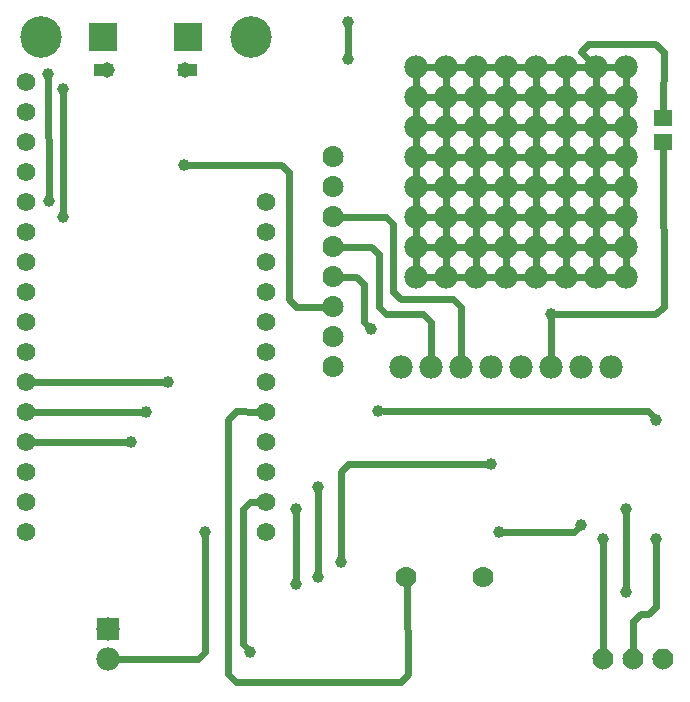
<source format=gtl>
G04 MADE WITH FRITZING*
G04 WWW.FRITZING.ORG*
G04 DOUBLE SIDED*
G04 HOLES PLATED*
G04 CONTOUR ON CENTER OF CONTOUR VECTOR*
%ASAXBY*%
%FSLAX23Y23*%
%MOIN*%
%OFA0B0*%
%SFA1.0B1.0*%
%ADD10C,0.039370*%
%ADD11C,0.078000*%
%ADD12C,0.138425*%
%ADD13C,0.095000*%
%ADD14C,0.051496*%
%ADD15C,0.062000*%
%ADD16C,0.070000*%
%ADD17R,0.059055X0.055118*%
%ADD18R,0.095000X0.095000*%
%ADD19R,0.078000X0.078000*%
%ADD20C,0.024000*%
%ADD21R,0.001000X0.001000*%
%LNCOPPER1*%
G90*
G70*
G54D10*
X1753Y585D03*
X2027Y609D03*
X527Y886D03*
X1077Y410D03*
X1077Y660D03*
X577Y985D03*
X1152Y435D03*
X1152Y735D03*
G54D11*
X1427Y1135D03*
X1527Y1135D03*
X1627Y1135D03*
X1727Y1135D03*
X1827Y1135D03*
X1927Y1135D03*
X2027Y1135D03*
X2127Y1135D03*
G54D10*
X652Y1085D03*
X1227Y485D03*
X1727Y810D03*
X776Y585D03*
X925Y186D03*
X2177Y385D03*
X1352Y987D03*
X2277Y959D03*
X2277Y561D03*
X253Y1687D03*
X252Y2110D03*
X302Y1635D03*
X302Y2061D03*
X1252Y2160D03*
X1252Y2285D03*
X1927Y1310D03*
X2101Y562D03*
G54D12*
X227Y2235D03*
G54D13*
X719Y2235D03*
G54D14*
X707Y2125D03*
G54D15*
X177Y585D03*
X177Y685D03*
X177Y785D03*
X177Y885D03*
X177Y985D03*
X177Y1085D03*
X177Y1185D03*
X177Y1285D03*
X177Y1385D03*
G54D12*
X927Y2235D03*
G54D15*
X177Y1485D03*
X177Y1585D03*
X177Y1685D03*
X177Y1785D03*
X177Y1885D03*
X177Y1985D03*
X177Y2085D03*
X977Y1685D03*
X977Y1585D03*
X977Y1485D03*
X977Y1385D03*
X977Y1285D03*
X977Y1185D03*
X977Y1085D03*
X977Y985D03*
X977Y885D03*
X977Y785D03*
X977Y685D03*
X977Y585D03*
G54D14*
X447Y2125D03*
G54D13*
X435Y2235D03*
G54D16*
X1446Y435D03*
X1702Y435D03*
X1446Y435D03*
X1702Y435D03*
G54D11*
X452Y260D03*
X452Y160D03*
G54D16*
X2102Y160D03*
X2202Y160D03*
X2302Y160D03*
G54D11*
X2077Y2135D03*
X2077Y2035D03*
X2077Y1935D03*
X2077Y1835D03*
X2077Y1735D03*
X2077Y1635D03*
X2077Y1535D03*
X2077Y1435D03*
X2077Y2135D03*
X2077Y2035D03*
X2077Y1935D03*
X2077Y1835D03*
X2077Y1735D03*
X2077Y1635D03*
X2077Y1535D03*
X2077Y1435D03*
X2177Y1435D03*
X2177Y1535D03*
X2177Y1635D03*
X2177Y1735D03*
X2177Y1835D03*
X2177Y1935D03*
X2177Y2035D03*
X2177Y2135D03*
X1877Y2135D03*
X1877Y2035D03*
X1877Y1935D03*
X1877Y1835D03*
X1877Y1735D03*
X1877Y1635D03*
X1877Y1535D03*
X1877Y1435D03*
X1877Y2135D03*
X1877Y2035D03*
X1877Y1935D03*
X1877Y1835D03*
X1877Y1735D03*
X1877Y1635D03*
X1877Y1535D03*
X1877Y1435D03*
X1977Y1435D03*
X1977Y1535D03*
X1977Y1635D03*
X1977Y1735D03*
X1977Y1835D03*
X1977Y1935D03*
X1977Y2035D03*
X1977Y2135D03*
X1677Y2135D03*
X1677Y2035D03*
X1677Y1935D03*
X1677Y1835D03*
X1677Y1735D03*
X1677Y1635D03*
X1677Y1535D03*
X1677Y1435D03*
X1677Y2135D03*
X1677Y2035D03*
X1677Y1935D03*
X1677Y1835D03*
X1677Y1735D03*
X1677Y1635D03*
X1677Y1535D03*
X1677Y1435D03*
X1777Y1435D03*
X1777Y1535D03*
X1777Y1635D03*
X1777Y1735D03*
X1777Y1835D03*
X1777Y1935D03*
X1777Y2035D03*
X1777Y2135D03*
X1477Y2135D03*
X1477Y2035D03*
X1477Y1935D03*
X1477Y1835D03*
X1477Y1735D03*
X1477Y1635D03*
X1477Y1535D03*
X1477Y1435D03*
X1477Y2135D03*
X1477Y2035D03*
X1477Y1935D03*
X1477Y1835D03*
X1477Y1735D03*
X1477Y1635D03*
X1477Y1535D03*
X1477Y1435D03*
X1577Y1435D03*
X1577Y1535D03*
X1577Y1635D03*
X1577Y1735D03*
X1577Y1835D03*
X1577Y1935D03*
X1577Y2035D03*
X1577Y2135D03*
G54D16*
X1202Y1835D03*
X1202Y1735D03*
X1202Y1635D03*
X1202Y1535D03*
X1202Y1435D03*
X1202Y1335D03*
X1202Y1235D03*
X1202Y1135D03*
G54D10*
X2177Y662D03*
X1327Y1261D03*
X703Y1809D03*
G54D17*
X2302Y1885D03*
X2302Y1966D03*
G54D18*
X719Y2235D03*
X435Y2235D03*
G54D19*
X452Y260D03*
G54D20*
X558Y985D02*
X206Y985D01*
D02*
X1077Y641D02*
X1077Y429D01*
D02*
X508Y886D02*
X206Y885D01*
D02*
X2014Y596D02*
X2003Y585D01*
D02*
X2003Y585D02*
X1772Y585D01*
D02*
X2201Y287D02*
X2202Y187D01*
D02*
X2228Y311D02*
X2201Y287D01*
D02*
X2252Y311D02*
X2228Y311D01*
D02*
X2277Y335D02*
X2252Y311D01*
D02*
X2277Y542D02*
X2277Y335D01*
D02*
X2252Y987D02*
X2264Y974D01*
D02*
X1371Y987D02*
X2252Y987D01*
D02*
X901Y211D02*
X912Y200D01*
D02*
X901Y661D02*
X901Y211D01*
D02*
X948Y685D02*
X925Y685D01*
D02*
X925Y685D02*
X901Y661D01*
D02*
X776Y566D02*
X776Y186D01*
D02*
X776Y186D02*
X752Y162D01*
D02*
X752Y162D02*
X482Y161D01*
D02*
X1251Y810D02*
X1708Y810D01*
D02*
X1227Y786D02*
X1251Y810D01*
D02*
X1227Y504D02*
X1227Y786D01*
D02*
X206Y1085D02*
X633Y1085D01*
D02*
X1152Y716D02*
X1152Y454D01*
D02*
X1252Y2266D02*
X1252Y2179D01*
D02*
X302Y2042D02*
X302Y1654D01*
D02*
X252Y2091D02*
X253Y1706D01*
D02*
X1452Y110D02*
X1447Y407D01*
D02*
X1428Y86D02*
X1452Y110D01*
D02*
X877Y86D02*
X1428Y86D01*
D02*
X852Y110D02*
X877Y86D01*
D02*
X852Y959D02*
X852Y110D01*
D02*
X948Y986D02*
X877Y987D01*
D02*
X877Y987D02*
X852Y959D01*
D02*
X2052Y2210D02*
X2276Y2211D01*
D02*
X2028Y2185D02*
X2052Y2210D01*
D02*
X2276Y2211D02*
X2303Y2184D01*
D02*
X2302Y1863D02*
X2303Y1335D01*
D02*
X2303Y2184D02*
X2302Y1988D01*
D02*
X2303Y1335D02*
X2276Y1311D01*
D02*
X2276Y1311D02*
X1946Y1310D01*
D02*
X2056Y2157D02*
X2028Y2185D01*
D02*
X2102Y187D02*
X2101Y543D01*
D02*
X1927Y1291D02*
X1927Y1166D01*
D02*
X1807Y2135D02*
X1847Y2135D01*
D02*
X1707Y2135D02*
X1747Y2135D01*
D02*
X1607Y2135D02*
X1647Y2135D01*
D02*
X1547Y2135D02*
X1507Y2135D01*
D02*
X2177Y1505D02*
X2177Y1466D01*
D02*
X2177Y1605D02*
X2177Y1566D01*
D02*
X2177Y1705D02*
X2177Y1666D01*
D02*
X2177Y1805D02*
X2177Y1766D01*
D02*
X2177Y1905D02*
X2177Y1866D01*
D02*
X2177Y2005D02*
X2177Y1966D01*
D02*
X2177Y2105D02*
X2177Y2066D01*
D02*
X2107Y2135D02*
X2147Y2135D01*
D02*
X2007Y2135D02*
X2047Y2135D01*
D02*
X1907Y2135D02*
X1947Y2135D01*
D02*
X1477Y1666D02*
X1477Y1705D01*
D02*
X1477Y1566D02*
X1477Y1605D01*
D02*
X1477Y1466D02*
X1477Y1505D01*
D02*
X1547Y1435D02*
X1507Y1435D01*
D02*
X1647Y1435D02*
X1607Y1435D01*
D02*
X1747Y1435D02*
X1707Y1435D01*
D02*
X1847Y1435D02*
X1807Y1435D01*
D02*
X1947Y1435D02*
X1907Y1435D01*
D02*
X2047Y1435D02*
X2007Y1435D01*
D02*
X2147Y1435D02*
X2107Y1435D01*
D02*
X2147Y1535D02*
X2107Y1535D01*
D02*
X2077Y1466D02*
X2077Y1505D01*
D02*
X2147Y2035D02*
X2107Y2035D01*
D02*
X2077Y2066D02*
X2077Y2105D01*
D02*
X1577Y2105D02*
X1577Y2066D01*
D02*
X1507Y2035D02*
X1547Y2035D01*
D02*
X1477Y2066D02*
X1477Y2105D01*
D02*
X1477Y1966D02*
X1477Y2005D01*
D02*
X1477Y1866D02*
X1477Y1905D01*
D02*
X1477Y1766D02*
X1477Y1805D01*
D02*
X2077Y1666D02*
X2077Y1705D01*
D02*
X2077Y1566D02*
X2077Y1605D01*
D02*
X2007Y1535D02*
X2047Y1535D01*
D02*
X1907Y1535D02*
X1947Y1535D01*
D02*
X1807Y1535D02*
X1847Y1535D01*
D02*
X1707Y1535D02*
X1747Y1535D01*
D02*
X1607Y1535D02*
X1647Y1535D01*
D02*
X1577Y1566D02*
X1577Y1605D01*
D02*
X1547Y1535D02*
X1507Y1535D01*
D02*
X1577Y1466D02*
X1577Y1505D01*
D02*
X1847Y2035D02*
X1807Y2035D01*
D02*
X1747Y2035D02*
X1707Y2035D01*
D02*
X1647Y2035D02*
X1607Y2035D01*
D02*
X1577Y1666D02*
X1577Y1705D01*
D02*
X1577Y1766D02*
X1577Y1805D01*
D02*
X1577Y1866D02*
X1577Y1905D01*
D02*
X1577Y1966D02*
X1577Y2005D01*
D02*
X2077Y1966D02*
X2077Y2005D01*
D02*
X2077Y1866D02*
X2077Y1905D01*
D02*
X2077Y1766D02*
X2077Y1805D01*
D02*
X1507Y1635D02*
X1547Y1635D01*
D02*
X1677Y1466D02*
X1677Y1505D01*
D02*
X1977Y1466D02*
X1977Y1505D01*
D02*
X1877Y1466D02*
X1877Y1505D01*
D02*
X1777Y1466D02*
X1777Y1505D01*
D02*
X1977Y2066D02*
X1977Y2105D01*
D02*
X1677Y2066D02*
X1677Y2105D01*
D02*
X1777Y2066D02*
X1777Y2105D01*
D02*
X1877Y2066D02*
X1877Y2105D01*
D02*
X1947Y2035D02*
X1907Y2035D01*
D02*
X1677Y1966D02*
X1677Y2005D01*
D02*
X1647Y1935D02*
X1607Y1935D01*
D02*
X2147Y1635D02*
X2107Y1635D01*
D02*
X2147Y1735D02*
X2107Y1735D01*
D02*
X2147Y1835D02*
X2107Y1835D01*
D02*
X2147Y1935D02*
X2107Y1935D01*
D02*
X1507Y1935D02*
X1547Y1935D01*
D02*
X1507Y1835D02*
X1547Y1835D01*
D02*
X1507Y1735D02*
X1547Y1735D01*
D02*
X1647Y1735D02*
X1607Y1735D01*
D02*
X1677Y1666D02*
X1677Y1705D01*
D02*
X1607Y1835D02*
X1647Y1835D01*
D02*
X1677Y1866D02*
X1677Y1905D01*
D02*
X1647Y1635D02*
X1607Y1635D01*
D02*
X1677Y1605D02*
X1677Y1566D01*
D02*
X2047Y1635D02*
X2007Y1635D01*
D02*
X1977Y1566D02*
X1977Y1605D01*
D02*
X2047Y1935D02*
X2007Y1935D01*
D02*
X1977Y1966D02*
X1977Y2005D01*
D02*
X1877Y1566D02*
X1877Y1605D01*
D02*
X1777Y1605D02*
X1777Y1566D01*
D02*
X1747Y1635D02*
X1707Y1635D01*
D02*
X1977Y1905D02*
X1977Y1866D01*
D02*
X1977Y1766D02*
X1977Y1805D01*
D02*
X2047Y1835D02*
X2007Y1835D01*
D02*
X2007Y1735D02*
X2047Y1735D01*
D02*
X1977Y1666D02*
X1977Y1705D01*
D02*
X1677Y1766D02*
X1677Y1805D01*
D02*
X1777Y1666D02*
X1777Y1705D01*
D02*
X1877Y1905D02*
X1877Y1866D01*
D02*
X1777Y1905D02*
X1777Y1866D01*
D02*
X1947Y1935D02*
X1907Y1935D01*
D02*
X1877Y1966D02*
X1877Y2005D01*
D02*
X1777Y1966D02*
X1777Y2005D01*
D02*
X1707Y1935D02*
X1747Y1935D01*
D02*
X1947Y1635D02*
X1907Y1635D01*
D02*
X1847Y1735D02*
X1807Y1735D01*
D02*
X1847Y1635D02*
X1807Y1635D01*
D02*
X1877Y1766D02*
X1877Y1805D01*
D02*
X1777Y1766D02*
X1777Y1805D01*
D02*
X1907Y1735D02*
X1947Y1735D01*
D02*
X1877Y1666D02*
X1877Y1705D01*
D02*
X1947Y1835D02*
X1907Y1835D01*
D02*
X1747Y1835D02*
X1707Y1835D01*
D02*
X1747Y1735D02*
X1707Y1735D01*
D02*
X1847Y1935D02*
X1807Y1935D01*
D02*
X1847Y1835D02*
X1807Y1835D01*
D02*
X2177Y404D02*
X2177Y643D01*
D02*
X2047Y2035D02*
X2007Y2035D01*
D02*
X1627Y1335D02*
X1627Y1166D01*
D02*
X1601Y1362D02*
X1627Y1335D01*
D02*
X1427Y1362D02*
X1601Y1362D01*
D02*
X1400Y1385D02*
X1427Y1362D01*
D02*
X1400Y1612D02*
X1400Y1385D01*
D02*
X1377Y1635D02*
X1400Y1612D01*
D02*
X1228Y1635D02*
X1377Y1635D01*
D02*
X1527Y1285D02*
X1527Y1166D01*
D02*
X1377Y1312D02*
X1500Y1312D01*
D02*
X1500Y1312D02*
X1527Y1285D01*
D02*
X1354Y1335D02*
X1377Y1312D01*
D02*
X1354Y1512D02*
X1354Y1335D01*
D02*
X1327Y1535D02*
X1354Y1512D01*
D02*
X1228Y1535D02*
X1327Y1535D01*
D02*
X1228Y1435D02*
X1277Y1435D01*
D02*
X1304Y1285D02*
X1313Y1275D01*
D02*
X1304Y1412D02*
X1304Y1285D01*
D02*
X1277Y1435D02*
X1304Y1412D01*
D02*
X1053Y1785D02*
X1027Y1809D01*
D02*
X1027Y1809D02*
X722Y1809D01*
D02*
X1053Y1362D02*
X1053Y1785D01*
D02*
X1077Y1335D02*
X1053Y1362D01*
D02*
X1176Y1335D02*
X1077Y1335D01*
G54D21*
X405Y2146D02*
X441Y2146D01*
X452Y2146D02*
X467Y2146D01*
X686Y2146D02*
X701Y2146D01*
X712Y2146D02*
X747Y2146D01*
X405Y2145D02*
X438Y2145D01*
X455Y2145D02*
X467Y2145D01*
X686Y2145D02*
X698Y2145D01*
X715Y2145D02*
X747Y2145D01*
X405Y2144D02*
X436Y2144D01*
X457Y2144D02*
X467Y2144D01*
X686Y2144D02*
X696Y2144D01*
X717Y2144D02*
X747Y2144D01*
X405Y2143D02*
X434Y2143D01*
X459Y2143D02*
X467Y2143D01*
X686Y2143D02*
X694Y2143D01*
X718Y2143D02*
X747Y2143D01*
X405Y2142D02*
X433Y2142D01*
X460Y2142D02*
X467Y2142D01*
X686Y2142D02*
X693Y2142D01*
X720Y2142D02*
X747Y2142D01*
X405Y2141D02*
X432Y2141D01*
X461Y2141D02*
X467Y2141D01*
X686Y2141D02*
X692Y2141D01*
X721Y2141D02*
X747Y2141D01*
X405Y2140D02*
X431Y2140D01*
X462Y2140D02*
X467Y2140D01*
X686Y2140D02*
X691Y2140D01*
X722Y2140D02*
X747Y2140D01*
X405Y2139D02*
X430Y2139D01*
X463Y2139D02*
X467Y2139D01*
X686Y2139D02*
X690Y2139D01*
X723Y2139D02*
X747Y2139D01*
X405Y2138D02*
X429Y2138D01*
X464Y2138D02*
X467Y2138D01*
X686Y2138D02*
X689Y2138D01*
X724Y2138D02*
X747Y2138D01*
X405Y2137D02*
X428Y2137D01*
X464Y2137D02*
X467Y2137D01*
X686Y2137D02*
X688Y2137D01*
X724Y2137D02*
X747Y2137D01*
X405Y2136D02*
X428Y2136D01*
X465Y2136D02*
X467Y2136D01*
X686Y2136D02*
X688Y2136D01*
X725Y2136D02*
X747Y2136D01*
X405Y2135D02*
X427Y2135D01*
X466Y2135D02*
X467Y2135D01*
X686Y2135D02*
X687Y2135D01*
X725Y2135D02*
X747Y2135D01*
X405Y2134D02*
X427Y2134D01*
X466Y2134D02*
X467Y2134D01*
X686Y2134D02*
X687Y2134D01*
X726Y2134D02*
X747Y2134D01*
X405Y2133D02*
X427Y2133D01*
X466Y2133D02*
X467Y2133D01*
X686Y2133D02*
X686Y2133D01*
X726Y2133D02*
X747Y2133D01*
X405Y2132D02*
X426Y2132D01*
X467Y2132D02*
X467Y2132D01*
X686Y2132D02*
X686Y2132D01*
X726Y2132D02*
X747Y2132D01*
X405Y2131D02*
X426Y2131D01*
X467Y2131D02*
X467Y2131D01*
X686Y2131D02*
X686Y2131D01*
X727Y2131D02*
X747Y2131D01*
X405Y2130D02*
X426Y2130D01*
X727Y2130D02*
X747Y2130D01*
X405Y2129D02*
X425Y2129D01*
X727Y2129D02*
X747Y2129D01*
X405Y2128D02*
X425Y2128D01*
X727Y2128D02*
X747Y2128D01*
X405Y2127D02*
X425Y2127D01*
X727Y2127D02*
X747Y2127D01*
X405Y2126D02*
X425Y2126D01*
X727Y2126D02*
X747Y2126D01*
X405Y2125D02*
X425Y2125D01*
X727Y2125D02*
X747Y2125D01*
X405Y2124D02*
X425Y2124D01*
X727Y2124D02*
X747Y2124D01*
X405Y2123D02*
X425Y2123D01*
X727Y2123D02*
X747Y2123D01*
X405Y2122D02*
X426Y2122D01*
X727Y2122D02*
X747Y2122D01*
X405Y2121D02*
X426Y2121D01*
X467Y2121D02*
X467Y2121D01*
X686Y2121D02*
X686Y2121D01*
X727Y2121D02*
X747Y2121D01*
X405Y2120D02*
X426Y2120D01*
X467Y2120D02*
X467Y2120D01*
X686Y2120D02*
X686Y2120D01*
X726Y2120D02*
X747Y2120D01*
X405Y2119D02*
X426Y2119D01*
X466Y2119D02*
X467Y2119D01*
X686Y2119D02*
X686Y2119D01*
X726Y2119D02*
X747Y2119D01*
X405Y2118D02*
X427Y2118D01*
X466Y2118D02*
X467Y2118D01*
X686Y2118D02*
X687Y2118D01*
X726Y2118D02*
X747Y2118D01*
X405Y2117D02*
X427Y2117D01*
X466Y2117D02*
X467Y2117D01*
X686Y2117D02*
X687Y2117D01*
X725Y2117D02*
X747Y2117D01*
X405Y2116D02*
X428Y2116D01*
X465Y2116D02*
X467Y2116D01*
X686Y2116D02*
X688Y2116D01*
X725Y2116D02*
X747Y2116D01*
X405Y2115D02*
X428Y2115D01*
X464Y2115D02*
X467Y2115D01*
X686Y2115D02*
X688Y2115D01*
X724Y2115D02*
X747Y2115D01*
X405Y2114D02*
X429Y2114D01*
X464Y2114D02*
X467Y2114D01*
X686Y2114D02*
X689Y2114D01*
X724Y2114D02*
X747Y2114D01*
X405Y2113D02*
X430Y2113D01*
X463Y2113D02*
X467Y2113D01*
X686Y2113D02*
X690Y2113D01*
X723Y2113D02*
X747Y2113D01*
X405Y2112D02*
X431Y2112D01*
X462Y2112D02*
X467Y2112D01*
X686Y2112D02*
X690Y2112D01*
X722Y2112D02*
X747Y2112D01*
X405Y2111D02*
X432Y2111D01*
X461Y2111D02*
X467Y2111D01*
X686Y2111D02*
X691Y2111D01*
X721Y2111D02*
X747Y2111D01*
X405Y2110D02*
X433Y2110D01*
X460Y2110D02*
X467Y2110D01*
X686Y2110D02*
X693Y2110D01*
X720Y2110D02*
X747Y2110D01*
X405Y2109D02*
X434Y2109D01*
X459Y2109D02*
X467Y2109D01*
X686Y2109D02*
X694Y2109D01*
X719Y2109D02*
X747Y2109D01*
X405Y2108D02*
X436Y2108D01*
X457Y2108D02*
X467Y2108D01*
X686Y2108D02*
X695Y2108D01*
X717Y2108D02*
X747Y2108D01*
X405Y2107D02*
X438Y2107D01*
X455Y2107D02*
X467Y2107D01*
X686Y2107D02*
X697Y2107D01*
X715Y2107D02*
X747Y2107D01*
X405Y2106D02*
X441Y2106D01*
X452Y2106D02*
X467Y2106D01*
X686Y2106D02*
X700Y2106D01*
X712Y2106D02*
X747Y2106D01*
X1197Y1871D02*
X1206Y1871D01*
X1192Y1870D02*
X1210Y1870D01*
X1189Y1869D02*
X1213Y1869D01*
X1187Y1868D02*
X1215Y1868D01*
X1185Y1867D02*
X1217Y1867D01*
X1183Y1866D02*
X1219Y1866D01*
X1182Y1865D02*
X1221Y1865D01*
X1180Y1864D02*
X1222Y1864D01*
X1179Y1863D02*
X1223Y1863D01*
X1178Y1862D02*
X1224Y1862D01*
X1177Y1861D02*
X1226Y1861D01*
X1176Y1860D02*
X1226Y1860D01*
X1175Y1859D02*
X1227Y1859D01*
X1174Y1858D02*
X1228Y1858D01*
X1173Y1857D02*
X1229Y1857D01*
X1173Y1856D02*
X1230Y1856D01*
X1172Y1855D02*
X1230Y1855D01*
X1172Y1854D02*
X1231Y1854D01*
X1171Y1853D02*
X1231Y1853D01*
X1171Y1852D02*
X1232Y1852D01*
X1170Y1851D02*
X1197Y1851D01*
X1206Y1851D02*
X1232Y1851D01*
X1170Y1850D02*
X1194Y1850D01*
X1208Y1850D02*
X1233Y1850D01*
X1169Y1849D02*
X1192Y1849D01*
X1210Y1849D02*
X1233Y1849D01*
X1169Y1848D02*
X1191Y1848D01*
X1211Y1848D02*
X1233Y1848D01*
X1168Y1847D02*
X1190Y1847D01*
X1212Y1847D02*
X1234Y1847D01*
X1168Y1846D02*
X1189Y1846D01*
X1213Y1846D02*
X1234Y1846D01*
X1168Y1845D02*
X1188Y1845D01*
X1214Y1845D02*
X1234Y1845D01*
X1168Y1844D02*
X1188Y1844D01*
X1215Y1844D02*
X1235Y1844D01*
X1167Y1843D02*
X1187Y1843D01*
X1215Y1843D02*
X1235Y1843D01*
X1167Y1842D02*
X1187Y1842D01*
X1216Y1842D02*
X1235Y1842D01*
X1167Y1841D02*
X1186Y1841D01*
X1216Y1841D02*
X1235Y1841D01*
X1167Y1840D02*
X1186Y1840D01*
X1216Y1840D02*
X1235Y1840D01*
X1167Y1839D02*
X1186Y1839D01*
X1216Y1839D02*
X1235Y1839D01*
X1167Y1838D02*
X1186Y1838D01*
X1217Y1838D02*
X1236Y1838D01*
X1167Y1837D02*
X1186Y1837D01*
X1217Y1837D02*
X1236Y1837D01*
X1167Y1836D02*
X1186Y1836D01*
X1217Y1836D02*
X1236Y1836D01*
X1167Y1835D02*
X1186Y1835D01*
X1217Y1835D02*
X1236Y1835D01*
X1167Y1834D02*
X1186Y1834D01*
X1216Y1834D02*
X1235Y1834D01*
X1167Y1833D02*
X1186Y1833D01*
X1216Y1833D02*
X1235Y1833D01*
X1167Y1832D02*
X1186Y1832D01*
X1216Y1832D02*
X1235Y1832D01*
X1167Y1831D02*
X1187Y1831D01*
X1216Y1831D02*
X1235Y1831D01*
X1167Y1830D02*
X1187Y1830D01*
X1215Y1830D02*
X1235Y1830D01*
X1168Y1829D02*
X1188Y1829D01*
X1215Y1829D02*
X1235Y1829D01*
X1168Y1828D02*
X1188Y1828D01*
X1214Y1828D02*
X1234Y1828D01*
X1168Y1827D02*
X1189Y1827D01*
X1213Y1827D02*
X1234Y1827D01*
X1168Y1826D02*
X1190Y1826D01*
X1212Y1826D02*
X1234Y1826D01*
X1169Y1825D02*
X1191Y1825D01*
X1211Y1825D02*
X1233Y1825D01*
X1169Y1824D02*
X1192Y1824D01*
X1210Y1824D02*
X1233Y1824D01*
X1170Y1823D02*
X1194Y1823D01*
X1209Y1823D02*
X1233Y1823D01*
X1170Y1822D02*
X1196Y1822D01*
X1206Y1822D02*
X1232Y1822D01*
X1170Y1821D02*
X1232Y1821D01*
X1171Y1820D02*
X1231Y1820D01*
X1172Y1819D02*
X1231Y1819D01*
X1172Y1818D02*
X1230Y1818D01*
X1173Y1817D02*
X1230Y1817D01*
X1173Y1816D02*
X1229Y1816D01*
X1174Y1815D02*
X1228Y1815D01*
X1175Y1814D02*
X1227Y1814D01*
X1176Y1813D02*
X1227Y1813D01*
X1177Y1812D02*
X1226Y1812D01*
X1178Y1811D02*
X1225Y1811D01*
X1179Y1810D02*
X1223Y1810D01*
X1180Y1809D02*
X1222Y1809D01*
X1181Y1808D02*
X1221Y1808D01*
X1183Y1807D02*
X1219Y1807D01*
X1185Y1806D02*
X1218Y1806D01*
X1187Y1805D02*
X1216Y1805D01*
X1189Y1804D02*
X1213Y1804D01*
X1192Y1803D02*
X1210Y1803D01*
X1196Y1802D02*
X1206Y1802D01*
X1197Y1771D02*
X1206Y1771D01*
X1192Y1770D02*
X1210Y1770D01*
X1189Y1769D02*
X1213Y1769D01*
X1187Y1768D02*
X1215Y1768D01*
X1185Y1767D02*
X1217Y1767D01*
X1183Y1766D02*
X1219Y1766D01*
X1182Y1765D02*
X1221Y1765D01*
X1180Y1764D02*
X1222Y1764D01*
X1179Y1763D02*
X1223Y1763D01*
X1178Y1762D02*
X1225Y1762D01*
X1177Y1761D02*
X1226Y1761D01*
X1176Y1760D02*
X1226Y1760D01*
X1175Y1759D02*
X1227Y1759D01*
X1174Y1758D02*
X1228Y1758D01*
X1173Y1757D02*
X1229Y1757D01*
X1173Y1756D02*
X1230Y1756D01*
X1172Y1755D02*
X1230Y1755D01*
X1172Y1754D02*
X1231Y1754D01*
X1171Y1753D02*
X1231Y1753D01*
X1171Y1752D02*
X1232Y1752D01*
X1170Y1751D02*
X1197Y1751D01*
X1206Y1751D02*
X1232Y1751D01*
X1170Y1750D02*
X1194Y1750D01*
X1208Y1750D02*
X1233Y1750D01*
X1169Y1749D02*
X1192Y1749D01*
X1210Y1749D02*
X1233Y1749D01*
X1169Y1748D02*
X1191Y1748D01*
X1211Y1748D02*
X1233Y1748D01*
X1168Y1747D02*
X1190Y1747D01*
X1212Y1747D02*
X1234Y1747D01*
X1168Y1746D02*
X1189Y1746D01*
X1213Y1746D02*
X1234Y1746D01*
X1168Y1745D02*
X1188Y1745D01*
X1214Y1745D02*
X1234Y1745D01*
X1168Y1744D02*
X1188Y1744D01*
X1215Y1744D02*
X1235Y1744D01*
X1167Y1743D02*
X1187Y1743D01*
X1215Y1743D02*
X1235Y1743D01*
X1167Y1742D02*
X1187Y1742D01*
X1216Y1742D02*
X1235Y1742D01*
X1167Y1741D02*
X1186Y1741D01*
X1216Y1741D02*
X1235Y1741D01*
X1167Y1740D02*
X1186Y1740D01*
X1216Y1740D02*
X1235Y1740D01*
X1167Y1739D02*
X1186Y1739D01*
X1216Y1739D02*
X1235Y1739D01*
X1167Y1738D02*
X1186Y1738D01*
X1217Y1738D02*
X1236Y1738D01*
X1167Y1737D02*
X1186Y1737D01*
X1217Y1737D02*
X1236Y1737D01*
X1167Y1736D02*
X1186Y1736D01*
X1217Y1736D02*
X1236Y1736D01*
X1167Y1735D02*
X1186Y1735D01*
X1217Y1735D02*
X1236Y1735D01*
X1167Y1734D02*
X1186Y1734D01*
X1216Y1734D02*
X1235Y1734D01*
X1167Y1733D02*
X1186Y1733D01*
X1216Y1733D02*
X1235Y1733D01*
X1167Y1732D02*
X1186Y1732D01*
X1216Y1732D02*
X1235Y1732D01*
X1167Y1731D02*
X1187Y1731D01*
X1216Y1731D02*
X1235Y1731D01*
X1167Y1730D02*
X1187Y1730D01*
X1215Y1730D02*
X1235Y1730D01*
X1168Y1729D02*
X1188Y1729D01*
X1215Y1729D02*
X1235Y1729D01*
X1168Y1728D02*
X1188Y1728D01*
X1214Y1728D02*
X1234Y1728D01*
X1168Y1727D02*
X1189Y1727D01*
X1213Y1727D02*
X1234Y1727D01*
X1168Y1726D02*
X1190Y1726D01*
X1212Y1726D02*
X1234Y1726D01*
X1169Y1725D02*
X1191Y1725D01*
X1211Y1725D02*
X1233Y1725D01*
X1169Y1724D02*
X1192Y1724D01*
X1210Y1724D02*
X1233Y1724D01*
X1170Y1723D02*
X1194Y1723D01*
X1208Y1723D02*
X1233Y1723D01*
X1170Y1722D02*
X1196Y1722D01*
X1206Y1722D02*
X1232Y1722D01*
X1170Y1721D02*
X1232Y1721D01*
X1171Y1720D02*
X1231Y1720D01*
X1172Y1719D02*
X1231Y1719D01*
X1172Y1718D02*
X1230Y1718D01*
X1173Y1717D02*
X1230Y1717D01*
X1173Y1716D02*
X1229Y1716D01*
X1174Y1715D02*
X1228Y1715D01*
X1175Y1714D02*
X1227Y1714D01*
X1176Y1713D02*
X1227Y1713D01*
X1177Y1712D02*
X1226Y1712D01*
X1178Y1711D02*
X1225Y1711D01*
X1179Y1710D02*
X1223Y1710D01*
X1180Y1709D02*
X1222Y1709D01*
X1182Y1708D02*
X1221Y1708D01*
X1183Y1707D02*
X1219Y1707D01*
X1185Y1706D02*
X1218Y1706D01*
X1187Y1705D02*
X1215Y1705D01*
X1189Y1704D02*
X1213Y1704D01*
X1192Y1703D02*
X1210Y1703D01*
X1196Y1702D02*
X1206Y1702D01*
X1197Y1671D02*
X1206Y1671D01*
X1192Y1670D02*
X1210Y1670D01*
X1189Y1669D02*
X1213Y1669D01*
X1187Y1668D02*
X1215Y1668D01*
X1185Y1667D02*
X1217Y1667D01*
X1183Y1666D02*
X1219Y1666D01*
X1182Y1665D02*
X1221Y1665D01*
X1180Y1664D02*
X1222Y1664D01*
X1179Y1663D02*
X1223Y1663D01*
X1178Y1662D02*
X1225Y1662D01*
X1177Y1661D02*
X1226Y1661D01*
X1176Y1660D02*
X1226Y1660D01*
X1175Y1659D02*
X1227Y1659D01*
X1174Y1658D02*
X1228Y1658D01*
X1173Y1657D02*
X1229Y1657D01*
X1173Y1656D02*
X1230Y1656D01*
X1172Y1655D02*
X1230Y1655D01*
X1172Y1654D02*
X1231Y1654D01*
X1171Y1653D02*
X1231Y1653D01*
X1171Y1652D02*
X1232Y1652D01*
X1170Y1651D02*
X1197Y1651D01*
X1206Y1651D02*
X1232Y1651D01*
X1170Y1650D02*
X1194Y1650D01*
X1208Y1650D02*
X1233Y1650D01*
X1169Y1649D02*
X1192Y1649D01*
X1210Y1649D02*
X1233Y1649D01*
X1169Y1648D02*
X1191Y1648D01*
X1211Y1648D02*
X1233Y1648D01*
X1168Y1647D02*
X1190Y1647D01*
X1212Y1647D02*
X1234Y1647D01*
X1168Y1646D02*
X1189Y1646D01*
X1213Y1646D02*
X1234Y1646D01*
X1168Y1645D02*
X1188Y1645D01*
X1214Y1645D02*
X1234Y1645D01*
X1168Y1644D02*
X1188Y1644D01*
X1215Y1644D02*
X1235Y1644D01*
X1167Y1643D02*
X1187Y1643D01*
X1215Y1643D02*
X1235Y1643D01*
X1167Y1642D02*
X1187Y1642D01*
X1216Y1642D02*
X1235Y1642D01*
X1167Y1641D02*
X1186Y1641D01*
X1216Y1641D02*
X1235Y1641D01*
X1167Y1640D02*
X1186Y1640D01*
X1216Y1640D02*
X1235Y1640D01*
X1167Y1639D02*
X1186Y1639D01*
X1216Y1639D02*
X1235Y1639D01*
X1167Y1638D02*
X1186Y1638D01*
X1217Y1638D02*
X1236Y1638D01*
X1167Y1637D02*
X1186Y1637D01*
X1217Y1637D02*
X1236Y1637D01*
X1167Y1636D02*
X1186Y1636D01*
X1217Y1636D02*
X1236Y1636D01*
X1167Y1635D02*
X1186Y1635D01*
X1217Y1635D02*
X1236Y1635D01*
X1167Y1634D02*
X1186Y1634D01*
X1216Y1634D02*
X1235Y1634D01*
X1167Y1633D02*
X1186Y1633D01*
X1216Y1633D02*
X1235Y1633D01*
X1167Y1632D02*
X1186Y1632D01*
X1216Y1632D02*
X1235Y1632D01*
X1167Y1631D02*
X1187Y1631D01*
X1216Y1631D02*
X1235Y1631D01*
X1167Y1630D02*
X1187Y1630D01*
X1215Y1630D02*
X1235Y1630D01*
X1168Y1629D02*
X1188Y1629D01*
X1215Y1629D02*
X1235Y1629D01*
X1168Y1628D02*
X1188Y1628D01*
X1214Y1628D02*
X1234Y1628D01*
X1168Y1627D02*
X1189Y1627D01*
X1213Y1627D02*
X1234Y1627D01*
X1168Y1626D02*
X1190Y1626D01*
X1212Y1626D02*
X1234Y1626D01*
X1169Y1625D02*
X1191Y1625D01*
X1211Y1625D02*
X1233Y1625D01*
X1169Y1624D02*
X1192Y1624D01*
X1210Y1624D02*
X1233Y1624D01*
X1170Y1623D02*
X1194Y1623D01*
X1208Y1623D02*
X1233Y1623D01*
X1170Y1622D02*
X1197Y1622D01*
X1206Y1622D02*
X1232Y1622D01*
X1171Y1621D02*
X1232Y1621D01*
X1171Y1620D02*
X1231Y1620D01*
X1172Y1619D02*
X1231Y1619D01*
X1172Y1618D02*
X1230Y1618D01*
X1173Y1617D02*
X1230Y1617D01*
X1173Y1616D02*
X1229Y1616D01*
X1174Y1615D02*
X1228Y1615D01*
X1175Y1614D02*
X1227Y1614D01*
X1176Y1613D02*
X1227Y1613D01*
X1177Y1612D02*
X1226Y1612D01*
X1178Y1611D02*
X1225Y1611D01*
X1179Y1610D02*
X1223Y1610D01*
X1180Y1609D02*
X1222Y1609D01*
X1182Y1608D02*
X1221Y1608D01*
X1183Y1607D02*
X1219Y1607D01*
X1185Y1606D02*
X1217Y1606D01*
X1187Y1605D02*
X1215Y1605D01*
X1189Y1604D02*
X1213Y1604D01*
X1192Y1603D02*
X1210Y1603D01*
X1196Y1602D02*
X1206Y1602D01*
X1196Y1571D02*
X1206Y1571D01*
X1192Y1570D02*
X1210Y1570D01*
X1189Y1569D02*
X1213Y1569D01*
X1187Y1568D02*
X1215Y1568D01*
X1185Y1567D02*
X1217Y1567D01*
X1183Y1566D02*
X1219Y1566D01*
X1182Y1565D02*
X1221Y1565D01*
X1180Y1564D02*
X1222Y1564D01*
X1179Y1563D02*
X1223Y1563D01*
X1178Y1562D02*
X1225Y1562D01*
X1177Y1561D02*
X1226Y1561D01*
X1176Y1560D02*
X1227Y1560D01*
X1175Y1559D02*
X1227Y1559D01*
X1174Y1558D02*
X1228Y1558D01*
X1173Y1557D02*
X1229Y1557D01*
X1173Y1556D02*
X1230Y1556D01*
X1172Y1555D02*
X1230Y1555D01*
X1172Y1554D02*
X1231Y1554D01*
X1171Y1553D02*
X1231Y1553D01*
X1171Y1552D02*
X1232Y1552D01*
X1170Y1551D02*
X1196Y1551D01*
X1206Y1551D02*
X1232Y1551D01*
X1170Y1550D02*
X1194Y1550D01*
X1208Y1550D02*
X1233Y1550D01*
X1169Y1549D02*
X1192Y1549D01*
X1210Y1549D02*
X1233Y1549D01*
X1169Y1548D02*
X1191Y1548D01*
X1211Y1548D02*
X1233Y1548D01*
X1168Y1547D02*
X1190Y1547D01*
X1212Y1547D02*
X1234Y1547D01*
X1168Y1546D02*
X1189Y1546D01*
X1213Y1546D02*
X1234Y1546D01*
X1168Y1545D02*
X1188Y1545D01*
X1214Y1545D02*
X1234Y1545D01*
X1168Y1544D02*
X1188Y1544D01*
X1215Y1544D02*
X1235Y1544D01*
X1167Y1543D02*
X1187Y1543D01*
X1215Y1543D02*
X1235Y1543D01*
X1167Y1542D02*
X1187Y1542D01*
X1216Y1542D02*
X1235Y1542D01*
X1167Y1541D02*
X1186Y1541D01*
X1216Y1541D02*
X1235Y1541D01*
X1167Y1540D02*
X1186Y1540D01*
X1216Y1540D02*
X1235Y1540D01*
X1167Y1539D02*
X1186Y1539D01*
X1216Y1539D02*
X1235Y1539D01*
X1167Y1538D02*
X1186Y1538D01*
X1217Y1538D02*
X1236Y1538D01*
X1167Y1537D02*
X1186Y1537D01*
X1217Y1537D02*
X1236Y1537D01*
X1167Y1536D02*
X1186Y1536D01*
X1217Y1536D02*
X1236Y1536D01*
X1167Y1535D02*
X1186Y1535D01*
X1217Y1535D02*
X1236Y1535D01*
X1167Y1534D02*
X1186Y1534D01*
X1216Y1534D02*
X1235Y1534D01*
X1167Y1533D02*
X1186Y1533D01*
X1216Y1533D02*
X1235Y1533D01*
X1167Y1532D02*
X1186Y1532D01*
X1216Y1532D02*
X1235Y1532D01*
X1167Y1531D02*
X1187Y1531D01*
X1216Y1531D02*
X1235Y1531D01*
X1167Y1530D02*
X1187Y1530D01*
X1215Y1530D02*
X1235Y1530D01*
X1168Y1529D02*
X1188Y1529D01*
X1215Y1529D02*
X1235Y1529D01*
X1168Y1528D02*
X1188Y1528D01*
X1214Y1528D02*
X1234Y1528D01*
X1168Y1527D02*
X1189Y1527D01*
X1213Y1527D02*
X1234Y1527D01*
X1168Y1526D02*
X1190Y1526D01*
X1212Y1526D02*
X1234Y1526D01*
X1169Y1525D02*
X1191Y1525D01*
X1211Y1525D02*
X1233Y1525D01*
X1169Y1524D02*
X1192Y1524D01*
X1210Y1524D02*
X1233Y1524D01*
X1170Y1523D02*
X1194Y1523D01*
X1208Y1523D02*
X1233Y1523D01*
X1170Y1522D02*
X1197Y1522D01*
X1206Y1522D02*
X1232Y1522D01*
X1171Y1521D02*
X1232Y1521D01*
X1171Y1520D02*
X1231Y1520D01*
X1172Y1519D02*
X1231Y1519D01*
X1172Y1518D02*
X1230Y1518D01*
X1173Y1517D02*
X1230Y1517D01*
X1173Y1516D02*
X1229Y1516D01*
X1174Y1515D02*
X1228Y1515D01*
X1175Y1514D02*
X1227Y1514D01*
X1176Y1513D02*
X1226Y1513D01*
X1177Y1512D02*
X1226Y1512D01*
X1178Y1511D02*
X1225Y1511D01*
X1179Y1510D02*
X1223Y1510D01*
X1180Y1509D02*
X1222Y1509D01*
X1182Y1508D02*
X1221Y1508D01*
X1183Y1507D02*
X1219Y1507D01*
X1185Y1506D02*
X1217Y1506D01*
X1187Y1505D02*
X1215Y1505D01*
X1189Y1504D02*
X1213Y1504D01*
X1192Y1503D02*
X1210Y1503D01*
X1197Y1502D02*
X1206Y1502D01*
X1196Y1471D02*
X1206Y1471D01*
X1192Y1470D02*
X1210Y1470D01*
X1189Y1469D02*
X1213Y1469D01*
X1187Y1468D02*
X1215Y1468D01*
X1185Y1467D02*
X1218Y1467D01*
X1183Y1466D02*
X1219Y1466D01*
X1181Y1465D02*
X1221Y1465D01*
X1180Y1464D02*
X1222Y1464D01*
X1179Y1463D02*
X1223Y1463D01*
X1178Y1462D02*
X1225Y1462D01*
X1177Y1461D02*
X1226Y1461D01*
X1176Y1460D02*
X1227Y1460D01*
X1175Y1459D02*
X1227Y1459D01*
X1174Y1458D02*
X1228Y1458D01*
X1173Y1457D02*
X1229Y1457D01*
X1173Y1456D02*
X1230Y1456D01*
X1172Y1455D02*
X1230Y1455D01*
X1172Y1454D02*
X1231Y1454D01*
X1171Y1453D02*
X1231Y1453D01*
X1170Y1452D02*
X1232Y1452D01*
X1170Y1451D02*
X1196Y1451D01*
X1206Y1451D02*
X1232Y1451D01*
X1170Y1450D02*
X1194Y1450D01*
X1209Y1450D02*
X1233Y1450D01*
X1169Y1449D02*
X1192Y1449D01*
X1210Y1449D02*
X1233Y1449D01*
X1169Y1448D02*
X1191Y1448D01*
X1211Y1448D02*
X1233Y1448D01*
X1168Y1447D02*
X1190Y1447D01*
X1212Y1447D02*
X1234Y1447D01*
X1168Y1446D02*
X1189Y1446D01*
X1213Y1446D02*
X1234Y1446D01*
X1168Y1445D02*
X1188Y1445D01*
X1214Y1445D02*
X1234Y1445D01*
X1168Y1444D02*
X1188Y1444D01*
X1215Y1444D02*
X1235Y1444D01*
X1167Y1443D02*
X1187Y1443D01*
X1215Y1443D02*
X1235Y1443D01*
X1167Y1442D02*
X1187Y1442D01*
X1216Y1442D02*
X1235Y1442D01*
X1167Y1441D02*
X1186Y1441D01*
X1216Y1441D02*
X1235Y1441D01*
X1167Y1440D02*
X1186Y1440D01*
X1216Y1440D02*
X1235Y1440D01*
X1167Y1439D02*
X1186Y1439D01*
X1216Y1439D02*
X1235Y1439D01*
X1167Y1438D02*
X1186Y1438D01*
X1217Y1438D02*
X1236Y1438D01*
X1167Y1437D02*
X1186Y1437D01*
X1217Y1437D02*
X1236Y1437D01*
X1167Y1436D02*
X1186Y1436D01*
X1217Y1436D02*
X1236Y1436D01*
X1167Y1435D02*
X1186Y1435D01*
X1217Y1435D02*
X1236Y1435D01*
X1167Y1434D02*
X1186Y1434D01*
X1216Y1434D02*
X1235Y1434D01*
X1167Y1433D02*
X1186Y1433D01*
X1216Y1433D02*
X1235Y1433D01*
X1167Y1432D02*
X1186Y1432D01*
X1216Y1432D02*
X1235Y1432D01*
X1167Y1431D02*
X1187Y1431D01*
X1216Y1431D02*
X1235Y1431D01*
X1167Y1430D02*
X1187Y1430D01*
X1215Y1430D02*
X1235Y1430D01*
X1168Y1429D02*
X1188Y1429D01*
X1215Y1429D02*
X1235Y1429D01*
X1168Y1428D02*
X1188Y1428D01*
X1214Y1428D02*
X1234Y1428D01*
X1168Y1427D02*
X1189Y1427D01*
X1213Y1427D02*
X1234Y1427D01*
X1168Y1426D02*
X1190Y1426D01*
X1212Y1426D02*
X1234Y1426D01*
X1169Y1425D02*
X1191Y1425D01*
X1211Y1425D02*
X1233Y1425D01*
X1169Y1424D02*
X1192Y1424D01*
X1210Y1424D02*
X1233Y1424D01*
X1170Y1423D02*
X1194Y1423D01*
X1208Y1423D02*
X1233Y1423D01*
X1170Y1422D02*
X1197Y1422D01*
X1206Y1422D02*
X1232Y1422D01*
X1171Y1421D02*
X1232Y1421D01*
X1171Y1420D02*
X1231Y1420D01*
X1172Y1419D02*
X1231Y1419D01*
X1172Y1418D02*
X1230Y1418D01*
X1173Y1417D02*
X1230Y1417D01*
X1173Y1416D02*
X1229Y1416D01*
X1174Y1415D02*
X1228Y1415D01*
X1175Y1414D02*
X1227Y1414D01*
X1176Y1413D02*
X1226Y1413D01*
X1177Y1412D02*
X1226Y1412D01*
X1178Y1411D02*
X1224Y1411D01*
X1179Y1410D02*
X1223Y1410D01*
X1180Y1409D02*
X1222Y1409D01*
X1182Y1408D02*
X1221Y1408D01*
X1183Y1407D02*
X1219Y1407D01*
X1185Y1406D02*
X1217Y1406D01*
X1187Y1405D02*
X1215Y1405D01*
X1189Y1404D02*
X1213Y1404D01*
X1192Y1403D02*
X1210Y1403D01*
X1197Y1402D02*
X1205Y1402D01*
X1196Y1371D02*
X1206Y1371D01*
X1192Y1370D02*
X1210Y1370D01*
X1189Y1369D02*
X1213Y1369D01*
X1187Y1368D02*
X1216Y1368D01*
X1185Y1367D02*
X1218Y1367D01*
X1183Y1366D02*
X1219Y1366D01*
X1181Y1365D02*
X1221Y1365D01*
X1180Y1364D02*
X1222Y1364D01*
X1179Y1363D02*
X1224Y1363D01*
X1178Y1362D02*
X1225Y1362D01*
X1177Y1361D02*
X1226Y1361D01*
X1176Y1360D02*
X1227Y1360D01*
X1175Y1359D02*
X1227Y1359D01*
X1174Y1358D02*
X1228Y1358D01*
X1173Y1357D02*
X1229Y1357D01*
X1173Y1356D02*
X1230Y1356D01*
X1172Y1355D02*
X1230Y1355D01*
X1172Y1354D02*
X1231Y1354D01*
X1171Y1353D02*
X1231Y1353D01*
X1170Y1352D02*
X1232Y1352D01*
X1170Y1351D02*
X1196Y1351D01*
X1206Y1351D02*
X1232Y1351D01*
X1170Y1350D02*
X1194Y1350D01*
X1209Y1350D02*
X1233Y1350D01*
X1169Y1349D02*
X1192Y1349D01*
X1210Y1349D02*
X1233Y1349D01*
X1169Y1348D02*
X1191Y1348D01*
X1211Y1348D02*
X1234Y1348D01*
X1168Y1347D02*
X1190Y1347D01*
X1212Y1347D02*
X1234Y1347D01*
X1168Y1346D02*
X1189Y1346D01*
X1213Y1346D02*
X1234Y1346D01*
X1168Y1345D02*
X1188Y1345D01*
X1214Y1345D02*
X1234Y1345D01*
X1168Y1344D02*
X1188Y1344D01*
X1215Y1344D02*
X1235Y1344D01*
X1167Y1343D02*
X1187Y1343D01*
X1215Y1343D02*
X1235Y1343D01*
X1167Y1342D02*
X1187Y1342D01*
X1216Y1342D02*
X1235Y1342D01*
X1167Y1341D02*
X1186Y1341D01*
X1216Y1341D02*
X1235Y1341D01*
X1167Y1340D02*
X1186Y1340D01*
X1216Y1340D02*
X1235Y1340D01*
X1167Y1339D02*
X1186Y1339D01*
X1216Y1339D02*
X1235Y1339D01*
X1167Y1338D02*
X1186Y1338D01*
X1217Y1338D02*
X1236Y1338D01*
X1167Y1337D02*
X1186Y1337D01*
X1217Y1337D02*
X1236Y1337D01*
X1167Y1336D02*
X1186Y1336D01*
X1217Y1336D02*
X1236Y1336D01*
X1167Y1335D02*
X1186Y1335D01*
X1217Y1335D02*
X1236Y1335D01*
X1167Y1334D02*
X1186Y1334D01*
X1216Y1334D02*
X1235Y1334D01*
X1167Y1333D02*
X1186Y1333D01*
X1216Y1333D02*
X1235Y1333D01*
X1167Y1332D02*
X1186Y1332D01*
X1216Y1332D02*
X1235Y1332D01*
X1167Y1331D02*
X1187Y1331D01*
X1216Y1331D02*
X1235Y1331D01*
X1167Y1330D02*
X1187Y1330D01*
X1215Y1330D02*
X1235Y1330D01*
X1168Y1329D02*
X1188Y1329D01*
X1215Y1329D02*
X1235Y1329D01*
X1168Y1328D02*
X1188Y1328D01*
X1214Y1328D02*
X1234Y1328D01*
X1168Y1327D02*
X1189Y1327D01*
X1213Y1327D02*
X1234Y1327D01*
X1168Y1326D02*
X1190Y1326D01*
X1212Y1326D02*
X1234Y1326D01*
X1169Y1325D02*
X1191Y1325D01*
X1211Y1325D02*
X1233Y1325D01*
X1169Y1324D02*
X1192Y1324D01*
X1210Y1324D02*
X1233Y1324D01*
X1170Y1323D02*
X1194Y1323D01*
X1208Y1323D02*
X1233Y1323D01*
X1170Y1322D02*
X1197Y1322D01*
X1206Y1322D02*
X1232Y1322D01*
X1171Y1321D02*
X1232Y1321D01*
X1171Y1320D02*
X1231Y1320D01*
X1172Y1319D02*
X1231Y1319D01*
X1172Y1318D02*
X1230Y1318D01*
X1173Y1317D02*
X1230Y1317D01*
X1173Y1316D02*
X1229Y1316D01*
X1174Y1315D02*
X1228Y1315D01*
X1175Y1314D02*
X1227Y1314D01*
X1176Y1313D02*
X1226Y1313D01*
X1177Y1312D02*
X1226Y1312D01*
X1178Y1311D02*
X1224Y1311D01*
X1179Y1310D02*
X1223Y1310D01*
X1180Y1309D02*
X1222Y1309D01*
X1182Y1308D02*
X1221Y1308D01*
X1183Y1307D02*
X1219Y1307D01*
X1185Y1306D02*
X1217Y1306D01*
X1187Y1305D02*
X1215Y1305D01*
X1189Y1304D02*
X1213Y1304D01*
X1192Y1303D02*
X1210Y1303D01*
X1197Y1302D02*
X1205Y1302D01*
X1196Y1271D02*
X1206Y1271D01*
X1192Y1270D02*
X1211Y1270D01*
X1189Y1269D02*
X1213Y1269D01*
X1187Y1268D02*
X1216Y1268D01*
X1185Y1267D02*
X1218Y1267D01*
X1183Y1266D02*
X1219Y1266D01*
X1181Y1265D02*
X1221Y1265D01*
X1180Y1264D02*
X1222Y1264D01*
X1179Y1263D02*
X1224Y1263D01*
X1178Y1262D02*
X1225Y1262D01*
X1177Y1261D02*
X1226Y1261D01*
X1176Y1260D02*
X1227Y1260D01*
X1175Y1259D02*
X1227Y1259D01*
X1174Y1258D02*
X1228Y1258D01*
X1173Y1257D02*
X1229Y1257D01*
X1173Y1256D02*
X1230Y1256D01*
X1172Y1255D02*
X1230Y1255D01*
X1171Y1254D02*
X1231Y1254D01*
X1171Y1253D02*
X1231Y1253D01*
X1170Y1252D02*
X1232Y1252D01*
X1170Y1251D02*
X1196Y1251D01*
X1206Y1251D02*
X1232Y1251D01*
X1170Y1250D02*
X1194Y1250D01*
X1209Y1250D02*
X1233Y1250D01*
X1169Y1249D02*
X1192Y1249D01*
X1210Y1249D02*
X1233Y1249D01*
X1169Y1248D02*
X1191Y1248D01*
X1211Y1248D02*
X1234Y1248D01*
X1168Y1247D02*
X1190Y1247D01*
X1212Y1247D02*
X1234Y1247D01*
X1168Y1246D02*
X1189Y1246D01*
X1213Y1246D02*
X1234Y1246D01*
X1168Y1245D02*
X1188Y1245D01*
X1214Y1245D02*
X1234Y1245D01*
X1168Y1244D02*
X1188Y1244D01*
X1215Y1244D02*
X1235Y1244D01*
X1167Y1243D02*
X1187Y1243D01*
X1215Y1243D02*
X1235Y1243D01*
X1167Y1242D02*
X1187Y1242D01*
X1216Y1242D02*
X1235Y1242D01*
X1167Y1241D02*
X1186Y1241D01*
X1216Y1241D02*
X1235Y1241D01*
X1167Y1240D02*
X1186Y1240D01*
X1216Y1240D02*
X1235Y1240D01*
X1167Y1239D02*
X1186Y1239D01*
X1216Y1239D02*
X1235Y1239D01*
X1167Y1238D02*
X1186Y1238D01*
X1217Y1238D02*
X1236Y1238D01*
X1167Y1237D02*
X1186Y1237D01*
X1217Y1237D02*
X1236Y1237D01*
X1167Y1236D02*
X1186Y1236D01*
X1217Y1236D02*
X1236Y1236D01*
X1167Y1235D02*
X1186Y1235D01*
X1217Y1235D02*
X1236Y1235D01*
X1167Y1234D02*
X1186Y1234D01*
X1216Y1234D02*
X1235Y1234D01*
X1167Y1233D02*
X1186Y1233D01*
X1216Y1233D02*
X1235Y1233D01*
X1167Y1232D02*
X1186Y1232D01*
X1216Y1232D02*
X1235Y1232D01*
X1167Y1231D02*
X1187Y1231D01*
X1216Y1231D02*
X1235Y1231D01*
X1167Y1230D02*
X1187Y1230D01*
X1215Y1230D02*
X1235Y1230D01*
X1168Y1229D02*
X1188Y1229D01*
X1215Y1229D02*
X1235Y1229D01*
X1168Y1228D02*
X1188Y1228D01*
X1214Y1228D02*
X1234Y1228D01*
X1168Y1227D02*
X1189Y1227D01*
X1213Y1227D02*
X1234Y1227D01*
X1168Y1226D02*
X1190Y1226D01*
X1212Y1226D02*
X1234Y1226D01*
X1169Y1225D02*
X1191Y1225D01*
X1211Y1225D02*
X1233Y1225D01*
X1169Y1224D02*
X1192Y1224D01*
X1210Y1224D02*
X1233Y1224D01*
X1170Y1223D02*
X1194Y1223D01*
X1208Y1223D02*
X1233Y1223D01*
X1170Y1222D02*
X1197Y1222D01*
X1205Y1222D02*
X1232Y1222D01*
X1171Y1221D02*
X1232Y1221D01*
X1171Y1220D02*
X1231Y1220D01*
X1172Y1219D02*
X1231Y1219D01*
X1172Y1218D02*
X1230Y1218D01*
X1173Y1217D02*
X1230Y1217D01*
X1173Y1216D02*
X1229Y1216D01*
X1174Y1215D02*
X1228Y1215D01*
X1175Y1214D02*
X1227Y1214D01*
X1176Y1213D02*
X1226Y1213D01*
X1177Y1212D02*
X1226Y1212D01*
X1178Y1211D02*
X1224Y1211D01*
X1179Y1210D02*
X1223Y1210D01*
X1180Y1209D02*
X1222Y1209D01*
X1182Y1208D02*
X1221Y1208D01*
X1183Y1207D02*
X1219Y1207D01*
X1185Y1206D02*
X1217Y1206D01*
X1187Y1205D02*
X1215Y1205D01*
X1190Y1204D02*
X1213Y1204D01*
X1193Y1203D02*
X1210Y1203D01*
X1197Y1202D02*
X1205Y1202D01*
X1196Y1171D02*
X1206Y1171D01*
X1192Y1170D02*
X1210Y1170D01*
X1189Y1169D02*
X1213Y1169D01*
X1187Y1168D02*
X1215Y1168D01*
X1185Y1167D02*
X1218Y1167D01*
X1183Y1166D02*
X1219Y1166D01*
X1181Y1165D02*
X1221Y1165D01*
X1180Y1164D02*
X1222Y1164D01*
X1179Y1163D02*
X1223Y1163D01*
X1178Y1162D02*
X1225Y1162D01*
X1177Y1161D02*
X1226Y1161D01*
X1176Y1160D02*
X1227Y1160D01*
X1175Y1159D02*
X1227Y1159D01*
X1174Y1158D02*
X1228Y1158D01*
X1173Y1157D02*
X1229Y1157D01*
X1173Y1156D02*
X1230Y1156D01*
X1172Y1155D02*
X1230Y1155D01*
X1172Y1154D02*
X1231Y1154D01*
X1171Y1153D02*
X1231Y1153D01*
X1170Y1152D02*
X1232Y1152D01*
X1170Y1151D02*
X1196Y1151D01*
X1206Y1151D02*
X1232Y1151D01*
X1170Y1150D02*
X1194Y1150D01*
X1208Y1150D02*
X1233Y1150D01*
X1169Y1149D02*
X1192Y1149D01*
X1210Y1149D02*
X1233Y1149D01*
X1169Y1148D02*
X1191Y1148D01*
X1211Y1148D02*
X1233Y1148D01*
X1168Y1147D02*
X1190Y1147D01*
X1212Y1147D02*
X1234Y1147D01*
X1168Y1146D02*
X1189Y1146D01*
X1213Y1146D02*
X1234Y1146D01*
X1168Y1145D02*
X1188Y1145D01*
X1214Y1145D02*
X1234Y1145D01*
X1168Y1144D02*
X1188Y1144D01*
X1215Y1144D02*
X1235Y1144D01*
X1167Y1143D02*
X1187Y1143D01*
X1215Y1143D02*
X1235Y1143D01*
X1167Y1142D02*
X1187Y1142D01*
X1216Y1142D02*
X1235Y1142D01*
X1167Y1141D02*
X1186Y1141D01*
X1216Y1141D02*
X1235Y1141D01*
X1167Y1140D02*
X1186Y1140D01*
X1216Y1140D02*
X1235Y1140D01*
X1167Y1139D02*
X1186Y1139D01*
X1216Y1139D02*
X1235Y1139D01*
X1167Y1138D02*
X1186Y1138D01*
X1217Y1138D02*
X1236Y1138D01*
X1167Y1137D02*
X1186Y1137D01*
X1217Y1137D02*
X1236Y1137D01*
X1167Y1136D02*
X1186Y1136D01*
X1217Y1136D02*
X1236Y1136D01*
X1167Y1135D02*
X1186Y1135D01*
X1217Y1135D02*
X1236Y1135D01*
X1167Y1134D02*
X1186Y1134D01*
X1216Y1134D02*
X1235Y1134D01*
X1167Y1133D02*
X1186Y1133D01*
X1216Y1133D02*
X1235Y1133D01*
X1167Y1132D02*
X1186Y1132D01*
X1216Y1132D02*
X1235Y1132D01*
X1167Y1131D02*
X1187Y1131D01*
X1216Y1131D02*
X1235Y1131D01*
X1167Y1130D02*
X1187Y1130D01*
X1215Y1130D02*
X1235Y1130D01*
X1168Y1129D02*
X1188Y1129D01*
X1215Y1129D02*
X1235Y1129D01*
X1168Y1128D02*
X1188Y1128D01*
X1214Y1128D02*
X1234Y1128D01*
X1168Y1127D02*
X1189Y1127D01*
X1213Y1127D02*
X1234Y1127D01*
X1168Y1126D02*
X1190Y1126D01*
X1212Y1126D02*
X1234Y1126D01*
X1169Y1125D02*
X1191Y1125D01*
X1211Y1125D02*
X1233Y1125D01*
X1169Y1124D02*
X1192Y1124D01*
X1210Y1124D02*
X1233Y1124D01*
X1170Y1123D02*
X1194Y1123D01*
X1208Y1123D02*
X1233Y1123D01*
X1170Y1122D02*
X1197Y1122D01*
X1206Y1122D02*
X1232Y1122D01*
X1171Y1121D02*
X1232Y1121D01*
X1171Y1120D02*
X1231Y1120D01*
X1172Y1119D02*
X1231Y1119D01*
X1172Y1118D02*
X1230Y1118D01*
X1173Y1117D02*
X1230Y1117D01*
X1173Y1116D02*
X1229Y1116D01*
X1174Y1115D02*
X1228Y1115D01*
X1175Y1114D02*
X1227Y1114D01*
X1176Y1113D02*
X1226Y1113D01*
X1177Y1112D02*
X1226Y1112D01*
X1178Y1111D02*
X1224Y1111D01*
X1179Y1110D02*
X1223Y1110D01*
X1180Y1109D02*
X1222Y1109D01*
X1182Y1108D02*
X1221Y1108D01*
X1183Y1107D02*
X1219Y1107D01*
X1185Y1106D02*
X1217Y1106D01*
X1187Y1105D02*
X1215Y1105D01*
X1189Y1104D02*
X1213Y1104D01*
X1192Y1103D02*
X1210Y1103D01*
X1197Y1102D02*
X1206Y1102D01*
X2094Y196D02*
X2108Y196D01*
X2194Y196D02*
X2208Y196D01*
X2294Y196D02*
X2308Y196D01*
X2091Y195D02*
X2111Y195D01*
X2191Y195D02*
X2211Y195D01*
X2291Y195D02*
X2311Y195D01*
X2088Y194D02*
X2114Y194D01*
X2188Y194D02*
X2214Y194D01*
X2288Y194D02*
X2314Y194D01*
X2086Y193D02*
X2116Y193D01*
X2186Y193D02*
X2216Y193D01*
X2286Y193D02*
X2316Y193D01*
X2084Y192D02*
X2118Y192D01*
X2184Y192D02*
X2218Y192D01*
X2284Y192D02*
X2318Y192D01*
X2082Y191D02*
X2120Y191D01*
X2182Y191D02*
X2220Y191D01*
X2282Y191D02*
X2320Y191D01*
X2081Y190D02*
X2121Y190D01*
X2181Y190D02*
X2221Y190D01*
X2281Y190D02*
X2321Y190D01*
X2079Y189D02*
X2122Y189D01*
X2179Y189D02*
X2222Y189D01*
X2279Y189D02*
X2322Y189D01*
X2078Y188D02*
X2124Y188D01*
X2178Y188D02*
X2224Y188D01*
X2278Y188D02*
X2324Y188D01*
X2077Y187D02*
X2125Y187D01*
X2177Y187D02*
X2225Y187D01*
X2277Y187D02*
X2325Y187D01*
X2076Y186D02*
X2126Y186D01*
X2176Y186D02*
X2226Y186D01*
X2276Y186D02*
X2326Y186D01*
X2075Y185D02*
X2127Y185D01*
X2175Y185D02*
X2227Y185D01*
X2275Y185D02*
X2327Y185D01*
X2074Y184D02*
X2127Y184D01*
X2174Y184D02*
X2227Y184D01*
X2274Y184D02*
X2327Y184D01*
X2074Y183D02*
X2128Y183D01*
X2174Y183D02*
X2228Y183D01*
X2274Y183D02*
X2328Y183D01*
X2073Y182D02*
X2129Y182D01*
X2173Y182D02*
X2229Y182D01*
X2273Y182D02*
X2329Y182D01*
X2072Y181D02*
X2130Y181D01*
X2172Y181D02*
X2230Y181D01*
X2272Y181D02*
X2330Y181D01*
X2072Y180D02*
X2130Y180D01*
X2172Y180D02*
X2230Y180D01*
X2272Y180D02*
X2330Y180D01*
X2071Y179D02*
X2131Y179D01*
X2171Y179D02*
X2231Y179D01*
X2271Y179D02*
X2331Y179D01*
X2071Y178D02*
X2131Y178D01*
X2171Y178D02*
X2231Y178D01*
X2271Y178D02*
X2331Y178D01*
X2070Y177D02*
X2132Y177D01*
X2170Y177D02*
X2232Y177D01*
X2270Y177D02*
X2332Y177D01*
X2070Y176D02*
X2095Y176D01*
X2107Y176D02*
X2132Y176D01*
X2170Y176D02*
X2195Y176D01*
X2207Y176D02*
X2232Y176D01*
X2270Y176D02*
X2295Y176D01*
X2307Y176D02*
X2332Y176D01*
X2069Y175D02*
X2093Y175D01*
X2109Y175D02*
X2133Y175D01*
X2169Y175D02*
X2193Y175D01*
X2209Y175D02*
X2233Y175D01*
X2269Y175D02*
X2293Y175D01*
X2309Y175D02*
X2333Y175D01*
X2069Y174D02*
X2092Y174D01*
X2110Y174D02*
X2133Y174D01*
X2169Y174D02*
X2192Y174D01*
X2210Y174D02*
X2233Y174D01*
X2269Y174D02*
X2291Y174D01*
X2310Y174D02*
X2333Y174D01*
X2068Y173D02*
X2090Y173D01*
X2111Y173D02*
X2133Y173D01*
X2168Y173D02*
X2190Y173D01*
X2211Y173D02*
X2233Y173D01*
X2268Y173D02*
X2290Y173D01*
X2311Y173D02*
X2333Y173D01*
X2068Y172D02*
X2089Y172D01*
X2112Y172D02*
X2134Y172D01*
X2168Y172D02*
X2189Y172D01*
X2212Y172D02*
X2234Y172D01*
X2268Y172D02*
X2289Y172D01*
X2312Y172D02*
X2334Y172D01*
X2068Y171D02*
X2089Y171D01*
X2113Y171D02*
X2134Y171D01*
X2168Y171D02*
X2189Y171D01*
X2213Y171D02*
X2234Y171D01*
X2268Y171D02*
X2288Y171D01*
X2313Y171D02*
X2334Y171D01*
X2068Y170D02*
X2088Y170D01*
X2114Y170D02*
X2134Y170D01*
X2168Y170D02*
X2188Y170D01*
X2214Y170D02*
X2234Y170D01*
X2267Y170D02*
X2288Y170D01*
X2314Y170D02*
X2334Y170D01*
X2067Y169D02*
X2087Y169D01*
X2115Y169D02*
X2135Y169D01*
X2167Y169D02*
X2187Y169D01*
X2215Y169D02*
X2235Y169D01*
X2267Y169D02*
X2287Y169D01*
X2315Y169D02*
X2335Y169D01*
X2067Y168D02*
X2087Y168D01*
X2115Y168D02*
X2135Y168D01*
X2167Y168D02*
X2187Y168D01*
X2215Y168D02*
X2235Y168D01*
X2267Y168D02*
X2287Y168D01*
X2315Y168D02*
X2335Y168D01*
X2067Y167D02*
X2086Y167D01*
X2116Y167D02*
X2135Y167D01*
X2167Y167D02*
X2186Y167D01*
X2216Y167D02*
X2235Y167D01*
X2267Y167D02*
X2286Y167D01*
X2316Y167D02*
X2335Y167D01*
X2067Y166D02*
X2086Y166D01*
X2116Y166D02*
X2135Y166D01*
X2167Y166D02*
X2186Y166D01*
X2216Y166D02*
X2235Y166D01*
X2267Y166D02*
X2286Y166D01*
X2316Y166D02*
X2335Y166D01*
X2067Y165D02*
X2086Y165D01*
X2116Y165D02*
X2135Y165D01*
X2167Y165D02*
X2186Y165D01*
X2216Y165D02*
X2235Y165D01*
X2267Y165D02*
X2286Y165D01*
X2316Y165D02*
X2335Y165D01*
X2067Y164D02*
X2086Y164D01*
X2116Y164D02*
X2135Y164D01*
X2167Y164D02*
X2186Y164D01*
X2216Y164D02*
X2235Y164D01*
X2266Y164D02*
X2286Y164D01*
X2316Y164D02*
X2335Y164D01*
X2066Y163D02*
X2086Y163D01*
X2116Y163D02*
X2135Y163D01*
X2166Y163D02*
X2185Y163D01*
X2216Y163D02*
X2235Y163D01*
X2266Y163D02*
X2285Y163D01*
X2316Y163D02*
X2335Y163D01*
X2066Y162D02*
X2085Y162D01*
X2116Y162D02*
X2135Y162D01*
X2166Y162D02*
X2185Y162D01*
X2216Y162D02*
X2235Y162D01*
X2266Y162D02*
X2285Y162D01*
X2316Y162D02*
X2335Y162D01*
X2066Y161D02*
X2085Y161D01*
X2116Y161D02*
X2135Y161D01*
X2166Y161D02*
X2185Y161D01*
X2216Y161D02*
X2235Y161D01*
X2266Y161D02*
X2285Y161D01*
X2316Y161D02*
X2335Y161D01*
X2067Y160D02*
X2086Y160D01*
X2116Y160D02*
X2135Y160D01*
X2167Y160D02*
X2186Y160D01*
X2216Y160D02*
X2235Y160D01*
X2266Y160D02*
X2286Y160D01*
X2316Y160D02*
X2335Y160D01*
X2067Y159D02*
X2086Y159D01*
X2116Y159D02*
X2135Y159D01*
X2167Y159D02*
X2186Y159D01*
X2216Y159D02*
X2235Y159D01*
X2267Y159D02*
X2286Y159D01*
X2316Y159D02*
X2335Y159D01*
X2067Y158D02*
X2086Y158D01*
X2116Y158D02*
X2135Y158D01*
X2167Y158D02*
X2186Y158D01*
X2216Y158D02*
X2235Y158D01*
X2267Y158D02*
X2286Y158D01*
X2316Y158D02*
X2335Y158D01*
X2067Y157D02*
X2086Y157D01*
X2116Y157D02*
X2135Y157D01*
X2167Y157D02*
X2186Y157D01*
X2216Y157D02*
X2235Y157D01*
X2267Y157D02*
X2286Y157D01*
X2316Y157D02*
X2335Y157D01*
X2067Y156D02*
X2086Y156D01*
X2115Y156D02*
X2135Y156D01*
X2167Y156D02*
X2186Y156D01*
X2215Y156D02*
X2235Y156D01*
X2267Y156D02*
X2286Y156D01*
X2315Y156D02*
X2335Y156D01*
X2067Y155D02*
X2087Y155D01*
X2115Y155D02*
X2135Y155D01*
X2167Y155D02*
X2187Y155D01*
X2215Y155D02*
X2235Y155D01*
X2267Y155D02*
X2287Y155D01*
X2315Y155D02*
X2335Y155D01*
X2067Y154D02*
X2088Y154D01*
X2114Y154D02*
X2134Y154D01*
X2167Y154D02*
X2188Y154D01*
X2214Y154D02*
X2234Y154D01*
X2267Y154D02*
X2288Y154D01*
X2314Y154D02*
X2334Y154D01*
X2068Y153D02*
X2088Y153D01*
X2114Y153D02*
X2134Y153D01*
X2168Y153D02*
X2188Y153D01*
X2213Y153D02*
X2234Y153D01*
X2268Y153D02*
X2288Y153D01*
X2313Y153D02*
X2334Y153D01*
X2068Y152D02*
X2089Y152D01*
X2113Y152D02*
X2134Y152D01*
X2168Y152D02*
X2189Y152D01*
X2213Y152D02*
X2234Y152D01*
X2268Y152D02*
X2289Y152D01*
X2313Y152D02*
X2334Y152D01*
X2068Y151D02*
X2090Y151D01*
X2112Y151D02*
X2133Y151D01*
X2168Y151D02*
X2190Y151D01*
X2212Y151D02*
X2233Y151D01*
X2268Y151D02*
X2290Y151D01*
X2312Y151D02*
X2333Y151D01*
X2069Y150D02*
X2091Y150D01*
X2111Y150D02*
X2133Y150D01*
X2169Y150D02*
X2191Y150D01*
X2211Y150D02*
X2233Y150D01*
X2269Y150D02*
X2291Y150D01*
X2310Y150D02*
X2333Y150D01*
X2069Y149D02*
X2093Y149D01*
X2109Y149D02*
X2133Y149D01*
X2169Y149D02*
X2193Y149D01*
X2209Y149D02*
X2233Y149D01*
X2269Y149D02*
X2293Y149D01*
X2309Y149D02*
X2333Y149D01*
X2070Y148D02*
X2094Y148D01*
X2107Y148D02*
X2132Y148D01*
X2169Y148D02*
X2194Y148D01*
X2207Y148D02*
X2232Y148D01*
X2269Y148D02*
X2294Y148D01*
X2307Y148D02*
X2332Y148D01*
X2070Y147D02*
X2099Y147D01*
X2103Y147D02*
X2132Y147D01*
X2170Y147D02*
X2199Y147D01*
X2203Y147D02*
X2232Y147D01*
X2270Y147D02*
X2299Y147D01*
X2303Y147D02*
X2332Y147D01*
X2070Y146D02*
X2131Y146D01*
X2170Y146D02*
X2231Y146D01*
X2270Y146D02*
X2331Y146D01*
X2071Y145D02*
X2131Y145D01*
X2171Y145D02*
X2231Y145D01*
X2271Y145D02*
X2331Y145D01*
X2072Y144D02*
X2130Y144D01*
X2172Y144D02*
X2230Y144D01*
X2271Y144D02*
X2330Y144D01*
X2072Y143D02*
X2130Y143D01*
X2172Y143D02*
X2230Y143D01*
X2272Y143D02*
X2330Y143D01*
X2073Y142D02*
X2129Y142D01*
X2173Y142D02*
X2229Y142D01*
X2273Y142D02*
X2329Y142D01*
X2073Y141D02*
X2128Y141D01*
X2173Y141D02*
X2228Y141D01*
X2273Y141D02*
X2328Y141D01*
X2074Y140D02*
X2128Y140D01*
X2174Y140D02*
X2228Y140D01*
X2274Y140D02*
X2328Y140D01*
X2075Y139D02*
X2127Y139D01*
X2175Y139D02*
X2227Y139D01*
X2275Y139D02*
X2327Y139D01*
X2076Y138D02*
X2126Y138D01*
X2176Y138D02*
X2226Y138D01*
X2276Y138D02*
X2326Y138D01*
X2077Y137D02*
X2125Y137D01*
X2177Y137D02*
X2225Y137D01*
X2277Y137D02*
X2325Y137D01*
X2078Y136D02*
X2124Y136D01*
X2178Y136D02*
X2224Y136D01*
X2278Y136D02*
X2324Y136D01*
X2079Y135D02*
X2123Y135D01*
X2179Y135D02*
X2223Y135D01*
X2279Y135D02*
X2323Y135D01*
X2080Y134D02*
X2121Y134D01*
X2180Y134D02*
X2221Y134D01*
X2280Y134D02*
X2321Y134D01*
X2082Y133D02*
X2120Y133D01*
X2182Y133D02*
X2220Y133D01*
X2282Y133D02*
X2320Y133D01*
X2084Y132D02*
X2118Y132D01*
X2184Y132D02*
X2218Y132D01*
X2284Y132D02*
X2318Y132D01*
X2085Y131D02*
X2116Y131D01*
X2185Y131D02*
X2216Y131D01*
X2285Y131D02*
X2316Y131D01*
X2087Y130D02*
X2114Y130D01*
X2187Y130D02*
X2214Y130D01*
X2287Y130D02*
X2314Y130D01*
X2090Y129D02*
X2112Y129D01*
X2190Y129D02*
X2212Y129D01*
X2290Y129D02*
X2312Y129D01*
X2093Y128D02*
X2108Y128D01*
X2193Y128D02*
X2208Y128D01*
X2293Y128D02*
X2308Y128D01*
X2100Y127D02*
X2102Y127D01*
X2200Y127D02*
X2202Y127D01*
X2300Y127D02*
X2302Y127D01*
D02*
G04 End of Copper1*
M02*
</source>
